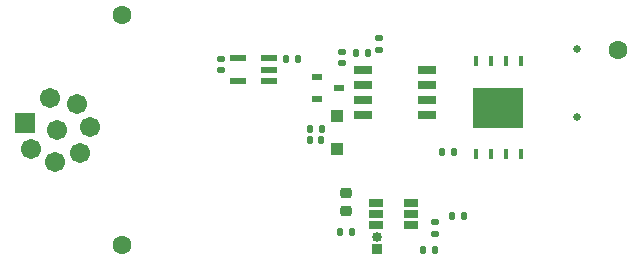
<source format=gbs>
%TF.GenerationSoftware,KiCad,Pcbnew,9.0.3*%
%TF.CreationDate,2026-02-10T01:55:30-05:00*%
%TF.ProjectId,WSG_2.0,5753475f-322e-4302-9e6b-696361645f70,rev?*%
%TF.SameCoordinates,Original*%
%TF.FileFunction,Soldermask,Bot*%
%TF.FilePolarity,Negative*%
%FSLAX46Y46*%
G04 Gerber Fmt 4.6, Leading zero omitted, Abs format (unit mm)*
G04 Created by KiCad (PCBNEW 9.0.3) date 2026-02-10 01:55:30*
%MOMM*%
%LPD*%
G01*
G04 APERTURE LIST*
G04 Aperture macros list*
%AMRoundRect*
0 Rectangle with rounded corners*
0 $1 Rounding radius*
0 $2 $3 $4 $5 $6 $7 $8 $9 X,Y pos of 4 corners*
0 Add a 4 corners polygon primitive as box body*
4,1,4,$2,$3,$4,$5,$6,$7,$8,$9,$2,$3,0*
0 Add four circle primitives for the rounded corners*
1,1,$1+$1,$2,$3*
1,1,$1+$1,$4,$5*
1,1,$1+$1,$6,$7*
1,1,$1+$1,$8,$9*
0 Add four rect primitives between the rounded corners*
20,1,$1+$1,$2,$3,$4,$5,0*
20,1,$1+$1,$4,$5,$6,$7,0*
20,1,$1+$1,$6,$7,$8,$9,0*
20,1,$1+$1,$8,$9,$2,$3,0*%
G04 Aperture macros list end*
%ADD10C,1.596000*%
%ADD11C,0.660400*%
%ADD12R,0.850000X0.850000*%
%ADD13C,0.850000*%
%ADD14RoundRect,0.102000X-0.754000X-0.754000X0.754000X-0.754000X0.754000X0.754000X-0.754000X0.754000X0*%
%ADD15C,1.712000*%
%ADD16RoundRect,0.135000X-0.135000X-0.185000X0.135000X-0.185000X0.135000X0.185000X-0.135000X0.185000X0*%
%ADD17RoundRect,0.140000X-0.170000X0.140000X-0.170000X-0.140000X0.170000X-0.140000X0.170000X0.140000X0*%
%ADD18RoundRect,0.225000X-0.250000X0.225000X-0.250000X-0.225000X0.250000X-0.225000X0.250000X0.225000X0*%
%ADD19RoundRect,0.135000X0.185000X-0.135000X0.185000X0.135000X-0.185000X0.135000X-0.185000X-0.135000X0*%
%ADD20RoundRect,0.147500X-0.147500X-0.172500X0.147500X-0.172500X0.147500X0.172500X-0.147500X0.172500X0*%
%ADD21R,1.320800X0.508000*%
%ADD22RoundRect,0.250000X-0.300000X0.300000X-0.300000X-0.300000X0.300000X-0.300000X0.300000X0.300000X0*%
%ADD23R,1.200000X0.650001*%
%ADD24RoundRect,0.135000X0.135000X0.185000X-0.135000X0.185000X-0.135000X-0.185000X0.135000X-0.185000X0*%
%ADD25RoundRect,0.140000X-0.140000X-0.170000X0.140000X-0.170000X0.140000X0.170000X-0.140000X0.170000X0*%
%ADD26R,1.500000X0.650000*%
%ADD27R,0.450000X0.950000*%
%ADD28R,4.350000X3.450000*%
%ADD29R,0.965200X0.508000*%
%ADD30RoundRect,0.140000X0.140000X0.170000X-0.140000X0.170000X-0.140000X-0.170000X0.140000X-0.170000X0*%
G04 APERTURE END LIST*
D10*
%TO.C,*%
X102000000Y-81000000D03*
%TD*%
D11*
%TO.C,J1*%
X140575000Y-89640001D03*
X140575000Y-83859999D03*
%TD*%
D10*
%TO.C,*%
X102000000Y-100500000D03*
%TD*%
D12*
%TO.C,J4*%
X123620000Y-100830000D03*
D13*
X123620000Y-99830000D03*
%TD*%
D14*
%TO.C,J3*%
X93838357Y-90128357D03*
D15*
X95956494Y-88010220D03*
X98183227Y-88503880D03*
X99271537Y-90508282D03*
X98472787Y-92644650D03*
X96336419Y-93443400D03*
X94332007Y-92355100D03*
X96528247Y-90700110D03*
%TD*%
D10*
%TO.C,*%
X144000000Y-84000000D03*
%TD*%
D16*
%TO.C,R25*%
X121840000Y-84190000D03*
X122860000Y-84190000D03*
%TD*%
D17*
%TO.C,C30*%
X120650000Y-84130000D03*
X120650000Y-85090000D03*
%TD*%
D18*
%TO.C,C2*%
X121000000Y-96085001D03*
X121000000Y-97635001D03*
%TD*%
D19*
%TO.C,R4*%
X128500000Y-99510000D03*
X128500000Y-98490000D03*
%TD*%
D20*
%TO.C,D1*%
X127515000Y-100860001D03*
X128485000Y-100860001D03*
%TD*%
D21*
%TO.C,IC3*%
X114425400Y-84669999D03*
X114425400Y-85620000D03*
X114425400Y-86570001D03*
X111834600Y-86570001D03*
X111834600Y-84669999D03*
%TD*%
D17*
%TO.C,C28*%
X110400000Y-84710000D03*
X110400000Y-85670000D03*
%TD*%
D22*
%TO.C,D2*%
X120250000Y-89580000D03*
X120250000Y-92380000D03*
%TD*%
D23*
%TO.C,U1*%
X126475001Y-96910000D03*
X126475001Y-97860001D03*
X126475001Y-98809999D03*
X123525002Y-98809999D03*
X123525002Y-97860001D03*
X123525002Y-96910000D03*
%TD*%
D24*
%TO.C,R3*%
X121510000Y-99360001D03*
X120490000Y-99360001D03*
%TD*%
D25*
%TO.C,C29*%
X115940000Y-84710000D03*
X116900000Y-84710000D03*
%TD*%
D19*
%TO.C,R45*%
X123760000Y-83990000D03*
X123760000Y-82970000D03*
%TD*%
D26*
%TO.C,IC8*%
X122442800Y-89464999D03*
X122442800Y-88194999D03*
X122442800Y-86924999D03*
X122442800Y-85654999D03*
X127842800Y-85654999D03*
X127842800Y-86924999D03*
X127842800Y-88194999D03*
X127842800Y-89464999D03*
%TD*%
D16*
%TO.C,R7*%
X129990000Y-98000000D03*
X131010000Y-98000000D03*
%TD*%
D24*
%TO.C,R6*%
X130120000Y-92580000D03*
X129100000Y-92580000D03*
%TD*%
D27*
%TO.C,IC1*%
X135792800Y-92729999D03*
X134522800Y-92729999D03*
X133252800Y-92729999D03*
X131982800Y-92729999D03*
X131982800Y-84929999D03*
X133252800Y-84929999D03*
X134522800Y-84929999D03*
X135792800Y-84929999D03*
D28*
X133887800Y-88829999D03*
%TD*%
D29*
%TO.C,MOSFET1*%
X118535600Y-88074999D03*
X118535600Y-86245001D03*
X120364400Y-87160000D03*
%TD*%
D30*
%TO.C,C13*%
X118910000Y-90690000D03*
X117950000Y-90690000D03*
%TD*%
%TO.C,C14*%
X118900000Y-91610000D03*
X117940000Y-91610000D03*
%TD*%
M02*

</source>
